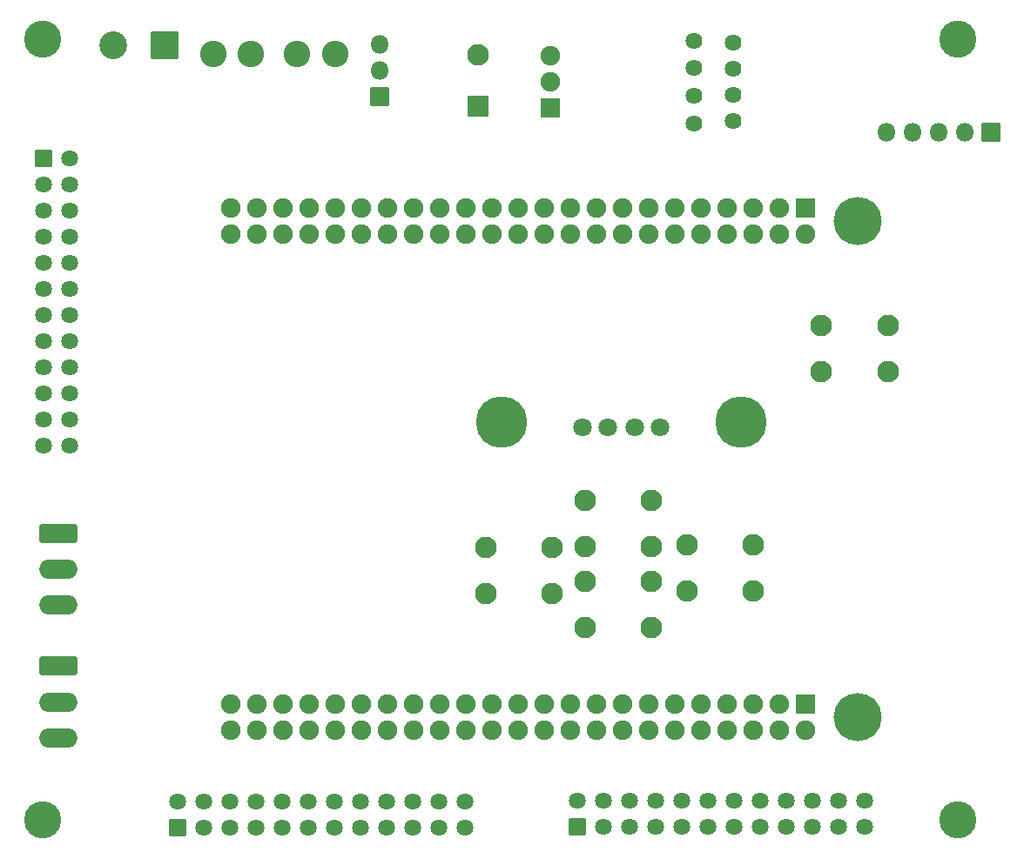
<source format=gbr>
G04 #@! TF.GenerationSoftware,KiCad,Pcbnew,(6.0.5)*
G04 #@! TF.CreationDate,2022-06-02T00:56:07-04:00*
G04 #@! TF.ProjectId,BBB_16_Expansion,4242425f-3136-45f4-9578-70616e73696f,v1*
G04 #@! TF.SameCoordinates,Original*
G04 #@! TF.FileFunction,Soldermask,Bot*
G04 #@! TF.FilePolarity,Negative*
%FSLAX46Y46*%
G04 Gerber Fmt 4.6, Leading zero omitted, Abs format (unit mm)*
G04 Created by KiCad (PCBNEW (6.0.5)) date 2022-06-02 00:56:07*
%MOMM*%
%LPD*%
G01*
G04 APERTURE LIST*
G04 Aperture macros list*
%AMRoundRect*
0 Rectangle with rounded corners*
0 $1 Rounding radius*
0 $2 $3 $4 $5 $6 $7 $8 $9 X,Y pos of 4 corners*
0 Add a 4 corners polygon primitive as box body*
4,1,4,$2,$3,$4,$5,$6,$7,$8,$9,$2,$3,0*
0 Add four circle primitives for the rounded corners*
1,1,$1+$1,$2,$3*
1,1,$1+$1,$4,$5*
1,1,$1+$1,$6,$7*
1,1,$1+$1,$8,$9*
0 Add four rect primitives between the rounded corners*
20,1,$1+$1,$2,$3,$4,$5,0*
20,1,$1+$1,$4,$5,$6,$7,0*
20,1,$1+$1,$6,$7,$8,$9,0*
20,1,$1+$1,$8,$9,$2,$3,0*%
G04 Aperture macros list end*
%ADD10RoundRect,0.051000X1.000000X-1.000000X1.000000X1.000000X-1.000000X1.000000X-1.000000X-1.000000X0*%
%ADD11C,2.102000*%
%ADD12C,5.000000*%
%ADD13C,1.802000*%
%ADD14RoundRect,0.051000X-0.850000X0.850000X-0.850000X-0.850000X0.850000X-0.850000X0.850000X0.850000X0*%
%ADD15O,1.802000X1.802000*%
%ADD16RoundRect,0.301000X-1.550000X0.650000X-1.550000X-0.650000X1.550000X-0.650000X1.550000X0.650000X0*%
%ADD17O,3.702000X1.902000*%
%ADD18RoundRect,0.051000X-0.765000X-0.765000X0.765000X-0.765000X0.765000X0.765000X-0.765000X0.765000X0*%
%ADD19C,1.632000*%
%ADD20RoundRect,0.051000X-0.765000X0.765000X-0.765000X-0.765000X0.765000X-0.765000X0.765000X0.765000X0*%
%ADD21RoundRect,0.051000X-0.900000X-0.900000X0.900000X-0.900000X0.900000X0.900000X-0.900000X0.900000X0*%
%ADD22C,1.902000*%
%ADD23C,4.674000*%
%ADD24C,3.602000*%
%ADD25C,2.577000*%
%ADD26RoundRect,0.051000X0.850000X0.850000X-0.850000X0.850000X-0.850000X-0.850000X0.850000X-0.850000X0*%
%ADD27RoundRect,0.051000X-0.900000X0.900000X-0.900000X-0.900000X0.900000X-0.900000X0.900000X0.900000X0*%
%ADD28C,1.626000*%
%ADD29RoundRect,0.051000X1.300000X1.300000X-1.300000X1.300000X-1.300000X-1.300000X1.300000X-1.300000X0*%
%ADD30C,2.702000*%
G04 APERTURE END LIST*
D10*
X186716000Y-66801677D03*
D11*
X186716000Y-61801677D03*
D12*
X212310000Y-97544000D03*
X189010000Y-97544000D03*
D13*
X196860000Y-98044000D03*
X199360000Y-98044000D03*
X201960000Y-98044000D03*
X204460000Y-98044000D03*
D14*
X236591000Y-69334000D03*
D15*
X234051000Y-69334000D03*
X231511000Y-69334000D03*
X228971000Y-69334000D03*
X226431000Y-69334000D03*
D16*
X145916000Y-108334000D03*
D17*
X145916000Y-111834000D03*
X145916000Y-115334000D03*
D16*
X145873500Y-121251500D03*
D17*
X145873500Y-124751500D03*
X145873500Y-128251500D03*
D11*
X226566000Y-88084000D03*
X220066000Y-88084000D03*
X226566000Y-92584000D03*
X220066000Y-92584000D03*
D18*
X157546000Y-137004000D03*
D19*
X157546000Y-134464000D03*
X160086000Y-137004000D03*
X160086000Y-134464000D03*
X162626000Y-137004000D03*
X162626000Y-134464000D03*
X165166000Y-137004000D03*
X165166000Y-134464000D03*
X167706000Y-137004000D03*
X167706000Y-134464000D03*
X170246000Y-137004000D03*
X170246000Y-134464000D03*
X172786000Y-137004000D03*
X172786000Y-134464000D03*
X175326000Y-137004000D03*
X175326000Y-134464000D03*
X177866000Y-137004000D03*
X177866000Y-134464000D03*
X180406000Y-137004000D03*
X180406000Y-134464000D03*
X182946000Y-137004000D03*
X182946000Y-134464000D03*
X185486000Y-137004000D03*
X185486000Y-134464000D03*
D20*
X144446000Y-71864000D03*
D19*
X146986000Y-71864000D03*
X144446000Y-74404000D03*
X146986000Y-74404000D03*
X144446000Y-76944000D03*
X146986000Y-76944000D03*
X144446000Y-79484000D03*
X146986000Y-79484000D03*
X144446000Y-82024000D03*
X146986000Y-82024000D03*
X144446000Y-84564000D03*
X146986000Y-84564000D03*
X144446000Y-87104000D03*
X146986000Y-87104000D03*
X144446000Y-89644000D03*
X146986000Y-89644000D03*
X144446000Y-92184000D03*
X146986000Y-92184000D03*
X144446000Y-94724000D03*
X146986000Y-94724000D03*
X144446000Y-97264000D03*
X146986000Y-97264000D03*
X144446000Y-99804000D03*
X146986000Y-99804000D03*
D18*
X196346000Y-136926500D03*
D19*
X196346000Y-134386500D03*
X198886000Y-136926500D03*
X198886000Y-134386500D03*
X201426000Y-136926500D03*
X201426000Y-134386500D03*
X203966000Y-136926500D03*
X203966000Y-134386500D03*
X206506000Y-136926500D03*
X206506000Y-134386500D03*
X209046000Y-136926500D03*
X209046000Y-134386500D03*
X211586000Y-136926500D03*
X211586000Y-134386500D03*
X214126000Y-136926500D03*
X214126000Y-134386500D03*
X216666000Y-136926500D03*
X216666000Y-134386500D03*
X219206000Y-136926500D03*
X219206000Y-134386500D03*
X221746000Y-136926500D03*
X221746000Y-134386500D03*
X224286000Y-136926500D03*
X224286000Y-134386500D03*
D21*
X218567000Y-124968000D03*
D22*
X218567000Y-127508000D03*
X216027000Y-124968000D03*
X216027000Y-127508000D03*
X213487000Y-124968000D03*
X213487000Y-127508000D03*
X210947000Y-124968000D03*
X210947000Y-127508000D03*
X208407000Y-124968000D03*
X208407000Y-127508000D03*
X205867000Y-124968000D03*
X205867000Y-127508000D03*
X203327000Y-124968000D03*
X203327000Y-127508000D03*
X200787000Y-124968000D03*
X200787000Y-127508000D03*
X198247000Y-124968000D03*
X198247000Y-127508000D03*
X195707000Y-124968000D03*
X195707000Y-127508000D03*
X193167000Y-124968000D03*
X193167000Y-127508000D03*
X190627000Y-124968000D03*
X190627000Y-127508000D03*
X188087000Y-124968000D03*
X188087000Y-127508000D03*
X185547000Y-124968000D03*
X185547000Y-127508000D03*
X183007000Y-124968000D03*
X183007000Y-127508000D03*
X180467000Y-124968000D03*
X180467000Y-127508000D03*
X177927000Y-124968000D03*
X177927000Y-127508000D03*
X175387000Y-124968000D03*
X175387000Y-127508000D03*
X172847000Y-124968000D03*
X172847000Y-127508000D03*
X170307000Y-124968000D03*
X170307000Y-127508000D03*
X167767000Y-124968000D03*
X167767000Y-127508000D03*
X165227000Y-124968000D03*
X165227000Y-127508000D03*
X162687000Y-124968000D03*
X162687000Y-127508000D03*
D21*
X218567000Y-76708000D03*
D22*
X218567000Y-79248000D03*
X216027000Y-76708000D03*
X216027000Y-79248000D03*
X213487000Y-76708000D03*
X213487000Y-79248000D03*
X210947000Y-76708000D03*
X210947000Y-79248000D03*
X208407000Y-76708000D03*
X208407000Y-79248000D03*
X205867000Y-76708000D03*
X205867000Y-79248000D03*
X203327000Y-76708000D03*
X203327000Y-79248000D03*
X200787000Y-76708000D03*
X200787000Y-79248000D03*
X198247000Y-76708000D03*
X198247000Y-79248000D03*
X195707000Y-76708000D03*
X195707000Y-79248000D03*
X193167000Y-76708000D03*
X193167000Y-79248000D03*
X190627000Y-76708000D03*
X190627000Y-79248000D03*
X188087000Y-76708000D03*
X188087000Y-79248000D03*
X185547000Y-76708000D03*
X185547000Y-79248000D03*
X183007000Y-76708000D03*
X183007000Y-79248000D03*
X180467000Y-76708000D03*
X180467000Y-79248000D03*
X177927000Y-76708000D03*
X177927000Y-79248000D03*
X175387000Y-76708000D03*
X175387000Y-79248000D03*
X172847000Y-76708000D03*
X172847000Y-79248000D03*
X170307000Y-76708000D03*
X170307000Y-79248000D03*
X167767000Y-76708000D03*
X167767000Y-79248000D03*
X165227000Y-76708000D03*
X165227000Y-79248000D03*
X162687000Y-76708000D03*
X162687000Y-79248000D03*
D23*
X223647000Y-77978000D03*
X223647000Y-126238000D03*
D11*
X207010000Y-109474000D03*
X213510000Y-109474000D03*
X213510000Y-113974000D03*
X207010000Y-113974000D03*
X193952000Y-109728000D03*
X187452000Y-109728000D03*
X187452000Y-114228000D03*
X193952000Y-114228000D03*
X203604000Y-105156000D03*
X197104000Y-105156000D03*
X203604000Y-109656000D03*
X197104000Y-109656000D03*
X197104000Y-113030000D03*
X203604000Y-113030000D03*
X197104000Y-117530000D03*
X203604000Y-117530000D03*
D24*
X233416000Y-60234000D03*
D25*
X160949210Y-61721041D03*
X164649210Y-61721041D03*
X169149210Y-61721041D03*
X172849210Y-61721041D03*
D26*
X177116000Y-65821041D03*
D15*
X177116000Y-63281041D03*
X177116000Y-60741041D03*
D24*
X144416000Y-136234000D03*
X233416000Y-136234000D03*
D27*
X193724000Y-66984000D03*
D22*
X193724000Y-64444000D03*
X193724000Y-61904000D03*
D28*
X211504000Y-60634000D03*
X211504000Y-63174000D03*
X211504000Y-65714000D03*
X211504000Y-68254000D03*
X207694000Y-60402060D03*
X207694000Y-63097000D03*
X207694000Y-65791000D03*
X207694000Y-68485940D03*
D24*
X144416000Y-60234000D03*
D29*
X156216000Y-60834000D03*
D30*
X151216000Y-60834000D03*
M02*

</source>
